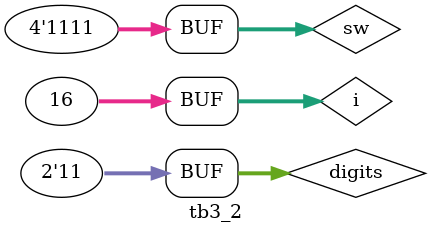
<source format=v>
`timescale 1ns / 1ps


module tb3_2();

localparam period = 10; 
integer i;
reg [3:0] sw;
reg [1:0] digits;
wire [3:0] an;
wire[6:0] c;

lab3_2 Lab( sw, digits, an, c);

initial begin
    for(i = 0; i < 16; i = i + 1) begin
        sw = i;
        digits = 2'h0;
        #period;
        digits = 2'h1;
        #period;
        digits = 2'h2;
        #period;
        digits = 2'h3;
        #period;
    end
end
endmodule

</source>
